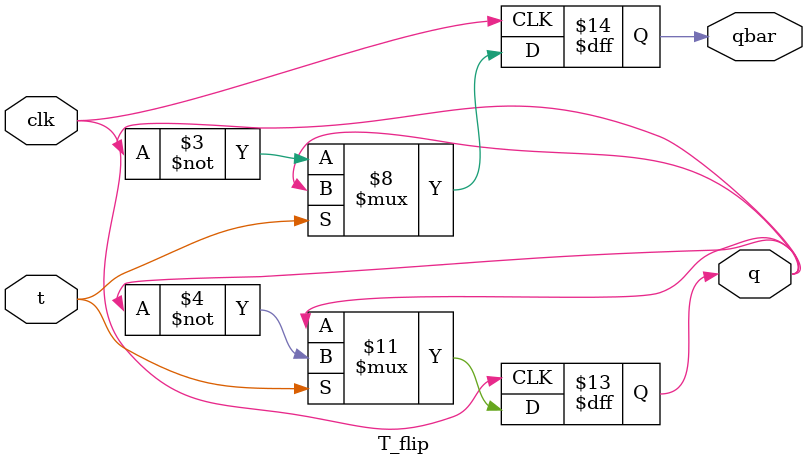
<source format=v>
module T_flip(output reg q, output reg qbar, input t, input clk);
   initial begin
    q = 1'b0;
    qbar = 1'b1;
   end

   always @(posedge clk) begin
    if (t==0) begin
       q = q;
       qbar = ~q;
    end
    else begin
       q = ~q;
       qbar = ~q;
    end
   end
endmodule
</source>
